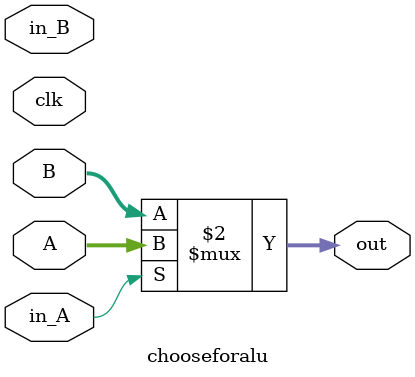
<source format=v>
module chooseforalu(
    input clk,
    input [7:0] A,
    input [7:0] B,
    input in_A,
    input in_B,
    output wire [7:0] out
);
    assign out = (in_A==1'b1) ? A : B;
endmodule
</source>
